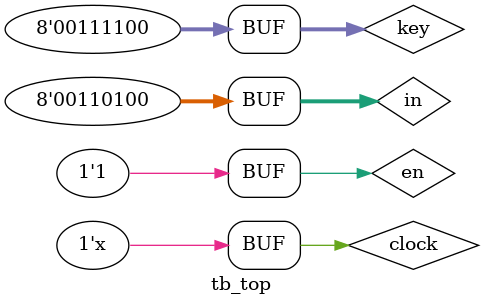
<source format=v>
`timescale 1ns / 1ps


module tb_top();

reg [7:0] in, key;
reg clock=0;
reg en=0;

wire [127:0] out;


top UUT(.in(in), .key(key), .clock(clock), .enable(en), .message(out));

// Clock generation
always begin
    #5 clock = ~clock;
  end


initial begin

#5
en = 1'b1;

#20
in = 8'b00110010; //32
key = 8'b00101011; //2b

#10
in = 8'b01000011; //43
key = 8'b01111110; //7e

#10
in = 8'b11110110; //f6
key = 8'b00010101; //15

#10
in = 8'b10101000; //a8
key = 8'b00010110; //16



#10
in = 8'b10001000; //88
key = 8'b00101000; //28

#10
in = 8'b01011010; //5a
key = 8'b10101110; //ae

#10
in = 8'b00110000; //30
key = 8'b11010010; //d2

#10
in = 8'b10001101; //8d
key = 8'b10100110; //a6


#10
in = 8'b00110001; //31
key = 8'b10101011; //AB

#10
in = 8'b00110001; //31
key = 8'b1111011; //f7

#10
in = 8'b10011000; //98
key = 8'b00010101; //15

#10
in = 8'b10100010; //a2
key = 8'b10001000; //88



#10
in = 8'b11100000; //e0
key = 8'b00001001; //09

#10
in = 8'b00110111; //37
key = 8'b11001111; //cf

#10
in = 8'b00000111; //07
key = 8'b01001111; //4f

#10
in = 8'b00110100; //34
key = 8'b00111100; //3c

end

endmodule

</source>
